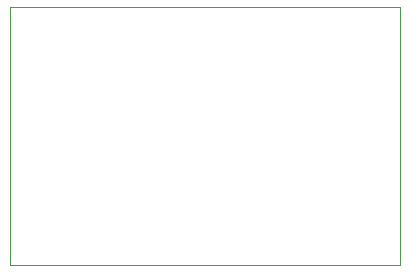
<source format=gm1>
G04 #@! TF.FileFunction,Profile,NP*
%FSLAX46Y46*%
G04 Gerber Fmt 4.6, Leading zero omitted, Abs format (unit mm)*
G04 Created by KiCad (PCBNEW (2015-11-17 BZR 6321)-product) date Tue 01 Dec 2015 12:21:10 PM PST*
%MOMM*%
G01*
G04 APERTURE LIST*
%ADD10C,0.152400*%
%ADD11C,0.100000*%
G04 APERTURE END LIST*
D10*
D11*
X182880000Y-114300000D02*
X182880000Y-92456000D01*
X149860000Y-114300000D02*
X182880000Y-114300000D01*
X149860000Y-92456000D02*
X149860000Y-114300000D01*
X182880000Y-92456000D02*
X149860000Y-92456000D01*
M02*

</source>
